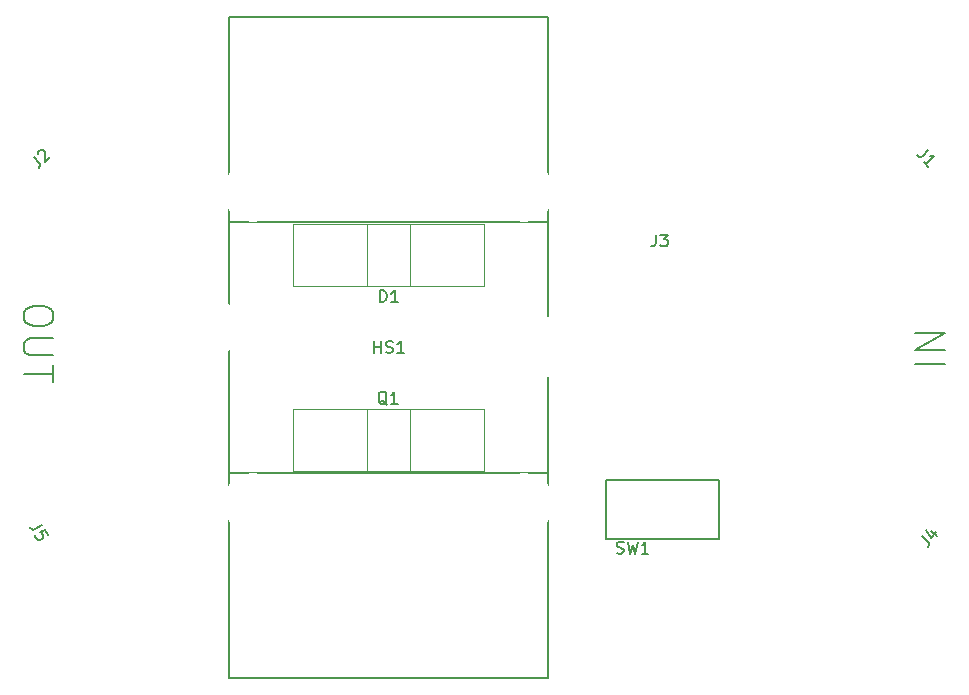
<source format=gbr>
G04 #@! TF.GenerationSoftware,KiCad,Pcbnew,(5.1.5-1-g2528d3844)*
G04 #@! TF.CreationDate,2019-12-26T13:43:01-05:00*
G04 #@! TF.ProjectId,diode-or,64696f64-652d-46f7-922e-6b696361645f,rev?*
G04 #@! TF.SameCoordinates,Original*
G04 #@! TF.FileFunction,Legend,Top*
G04 #@! TF.FilePolarity,Positive*
%FSLAX46Y46*%
G04 Gerber Fmt 4.6, Leading zero omitted, Abs format (unit mm)*
G04 Created by KiCad (PCBNEW (5.1.5-1-g2528d3844)) date 2019-12-26 13:43:01*
%MOMM*%
%LPD*%
G04 APERTURE LIST*
%ADD10C,0.150000*%
%ADD11C,0.120000*%
%ADD12O,1.801600X2.101600*%
%ADD13R,1.801600X2.101600*%
%ADD14C,5.101600*%
%ADD15C,0.100000*%
%ADD16R,1.101600X1.101600*%
%ADD17R,5.101600X5.101600*%
%ADD18C,0.901600*%
%ADD19C,6.501600*%
%ADD20C,2.351600*%
%ADD21O,2.601600X4.601600*%
%ADD22R,2.601600X4.601600*%
%ADD23O,1.801600X1.801600*%
%ADD24R,1.801600X1.801600*%
%ADD25C,1.117600*%
G04 APERTURE END LIST*
D10*
X123569047Y-91400000D02*
X123569047Y-91876190D01*
X123450000Y-92114285D01*
X123211904Y-92352380D01*
X122735714Y-92471428D01*
X121902380Y-92471428D01*
X121426190Y-92352380D01*
X121188095Y-92114285D01*
X121069047Y-91876190D01*
X121069047Y-91400000D01*
X121188095Y-91161904D01*
X121426190Y-90923809D01*
X121902380Y-90804761D01*
X122735714Y-90804761D01*
X123211904Y-90923809D01*
X123450000Y-91161904D01*
X123569047Y-91400000D01*
X123569047Y-93542857D02*
X121545238Y-93542857D01*
X121307142Y-93661904D01*
X121188095Y-93780952D01*
X121069047Y-94019047D01*
X121069047Y-94495238D01*
X121188095Y-94733333D01*
X121307142Y-94852380D01*
X121545238Y-94971428D01*
X123569047Y-94971428D01*
X123569047Y-95804761D02*
X123569047Y-97233333D01*
X121069047Y-96519047D02*
X123569047Y-96519047D01*
X199030952Y-95709523D02*
X196530952Y-95709523D01*
X199030952Y-94519047D02*
X196530952Y-94519047D01*
X199030952Y-93090476D01*
X196530952Y-93090476D01*
X179890000Y-105500000D02*
X170390000Y-105500000D01*
X179890000Y-110500000D02*
X179890000Y-105500000D01*
X170390000Y-110500000D02*
X179890000Y-110500000D01*
X170390000Y-105500000D02*
X170390000Y-110500000D01*
X165451109Y-104950000D02*
X138451109Y-104950000D01*
X165451109Y-83650000D02*
X138451109Y-83650000D01*
X138451109Y-66350000D02*
X138451109Y-122250000D01*
X165451109Y-66350000D02*
X138451109Y-66350000D01*
X165451109Y-122250000D02*
X165451109Y-66350000D01*
X138451109Y-122250000D02*
X165451109Y-122250000D01*
D11*
X150146109Y-104751000D02*
X150146109Y-99480000D01*
X153755109Y-104751000D02*
X153755109Y-99480000D01*
X143881109Y-104751000D02*
X143881109Y-99480000D01*
X160021109Y-104751000D02*
X160021109Y-99480000D01*
X160021109Y-99480000D02*
X143881109Y-99480000D01*
X160021109Y-104751000D02*
X143881109Y-104751000D01*
X153756109Y-83849000D02*
X153756109Y-89120000D01*
X150147109Y-83849000D02*
X150147109Y-89120000D01*
X160021109Y-83849000D02*
X160021109Y-89120000D01*
X143881109Y-83849000D02*
X143881109Y-89120000D01*
X143881109Y-89120000D02*
X160021109Y-89120000D01*
X143881109Y-83849000D02*
X160021109Y-83849000D01*
D10*
X171266666Y-111704761D02*
X171409523Y-111752380D01*
X171647619Y-111752380D01*
X171742857Y-111704761D01*
X171790476Y-111657142D01*
X171838095Y-111561904D01*
X171838095Y-111466666D01*
X171790476Y-111371428D01*
X171742857Y-111323809D01*
X171647619Y-111276190D01*
X171457142Y-111228571D01*
X171361904Y-111180952D01*
X171314285Y-111133333D01*
X171266666Y-111038095D01*
X171266666Y-110942857D01*
X171314285Y-110847619D01*
X171361904Y-110800000D01*
X171457142Y-110752380D01*
X171695238Y-110752380D01*
X171838095Y-110800000D01*
X172171428Y-110752380D02*
X172409523Y-111752380D01*
X172600000Y-111038095D01*
X172790476Y-111752380D01*
X173028571Y-110752380D01*
X173933333Y-111752380D02*
X173361904Y-111752380D01*
X173647619Y-111752380D02*
X173647619Y-110752380D01*
X173552380Y-110895238D01*
X173457142Y-110990476D01*
X173361904Y-111038095D01*
X150713013Y-94752380D02*
X150713013Y-93752380D01*
X150713013Y-94228571D02*
X151284442Y-94228571D01*
X151284442Y-94752380D02*
X151284442Y-93752380D01*
X151713013Y-94704761D02*
X151855870Y-94752380D01*
X152093966Y-94752380D01*
X152189204Y-94704761D01*
X152236823Y-94657142D01*
X152284442Y-94561904D01*
X152284442Y-94466666D01*
X152236823Y-94371428D01*
X152189204Y-94323809D01*
X152093966Y-94276190D01*
X151903489Y-94228571D01*
X151808251Y-94180952D01*
X151760632Y-94133333D01*
X151713013Y-94038095D01*
X151713013Y-93942857D01*
X151760632Y-93847619D01*
X151808251Y-93800000D01*
X151903489Y-93752380D01*
X152141585Y-93752380D01*
X152284442Y-93800000D01*
X153236823Y-94752380D02*
X152665394Y-94752380D01*
X152951109Y-94752380D02*
X152951109Y-93752380D01*
X152855870Y-93895238D01*
X152760632Y-93990476D01*
X152665394Y-94038095D01*
X122607585Y-109337515D02*
X121988995Y-109694658D01*
X121841468Y-109724847D01*
X121711370Y-109689987D01*
X121598702Y-109590079D01*
X121551083Y-109507600D01*
X123083775Y-110162301D02*
X122845680Y-109749908D01*
X122409478Y-109946764D01*
X122474526Y-109964194D01*
X122563385Y-110022863D01*
X122682432Y-110229059D01*
X122688812Y-110335347D01*
X122671382Y-110400396D01*
X122612713Y-110489255D01*
X122406517Y-110608302D01*
X122300229Y-110614682D01*
X122235180Y-110597252D01*
X122146321Y-110538583D01*
X122027274Y-110332387D01*
X122020894Y-110226098D01*
X122038324Y-110161050D01*
X197066236Y-110303345D02*
X197613411Y-110762479D01*
X197692237Y-110890784D01*
X197703976Y-111024959D01*
X197648627Y-111165002D01*
X197587409Y-111237959D01*
X197903154Y-109824520D02*
X198413851Y-110253045D01*
X197458283Y-109762040D02*
X197852413Y-110403565D01*
X198250329Y-109929347D01*
X174568882Y-84752380D02*
X174568882Y-85466666D01*
X174521263Y-85609523D01*
X174426025Y-85704761D01*
X174283168Y-85752380D01*
X174187930Y-85752380D01*
X174949835Y-84752380D02*
X175568882Y-84752380D01*
X175235549Y-85133333D01*
X175378406Y-85133333D01*
X175473644Y-85180952D01*
X175521263Y-85228571D01*
X175568882Y-85323809D01*
X175568882Y-85561904D01*
X175521263Y-85657142D01*
X175473644Y-85704761D01*
X175378406Y-85752380D01*
X175092692Y-85752380D01*
X174997454Y-85704761D01*
X174949835Y-85657142D01*
X121877072Y-78148478D02*
X122382148Y-78653554D01*
X122449492Y-78788241D01*
X122449492Y-78922928D01*
X122382148Y-79057615D01*
X122314805Y-79124958D01*
X122247461Y-77912775D02*
X122247461Y-77845432D01*
X122281133Y-77744417D01*
X122449492Y-77576058D01*
X122550507Y-77542386D01*
X122617851Y-77542386D01*
X122718866Y-77576058D01*
X122786209Y-77643401D01*
X122853553Y-77778088D01*
X122853553Y-78586210D01*
X123291286Y-78148478D01*
X197651521Y-77577072D02*
X197146445Y-78082148D01*
X197011758Y-78149492D01*
X196877071Y-78149492D01*
X196742384Y-78082148D01*
X196675041Y-78014805D01*
X197651521Y-78991286D02*
X197247460Y-78587225D01*
X197449491Y-78789255D02*
X198156598Y-78082148D01*
X197988239Y-78115820D01*
X197853552Y-78115820D01*
X197752537Y-78082148D01*
X151804761Y-99147619D02*
X151709523Y-99100000D01*
X151614285Y-99004761D01*
X151471428Y-98861904D01*
X151376190Y-98814285D01*
X151280952Y-98814285D01*
X151328571Y-99052380D02*
X151233333Y-99004761D01*
X151138095Y-98909523D01*
X151090476Y-98719047D01*
X151090476Y-98385714D01*
X151138095Y-98195238D01*
X151233333Y-98100000D01*
X151328571Y-98052380D01*
X151519047Y-98052380D01*
X151614285Y-98100000D01*
X151709523Y-98195238D01*
X151757142Y-98385714D01*
X151757142Y-98719047D01*
X151709523Y-98909523D01*
X151614285Y-99004761D01*
X151519047Y-99052380D01*
X151328571Y-99052380D01*
X152709523Y-99052380D02*
X152138095Y-99052380D01*
X152423809Y-99052380D02*
X152423809Y-98052380D01*
X152328571Y-98195238D01*
X152233333Y-98290476D01*
X152138095Y-98338095D01*
X151213013Y-90452380D02*
X151213013Y-89452380D01*
X151451109Y-89452380D01*
X151593966Y-89500000D01*
X151689204Y-89595238D01*
X151736823Y-89690476D01*
X151784442Y-89880952D01*
X151784442Y-90023809D01*
X151736823Y-90214285D01*
X151689204Y-90309523D01*
X151593966Y-90404761D01*
X151451109Y-90452380D01*
X151213013Y-90452380D01*
X152736823Y-90452380D02*
X152165394Y-90452380D01*
X152451109Y-90452380D02*
X152451109Y-89452380D01*
X152355870Y-89595238D01*
X152260632Y-89690476D01*
X152165394Y-89738095D01*
%LPC*%
D12*
X177680000Y-108000000D03*
X175140000Y-108000000D03*
D13*
X172600000Y-108000000D03*
D14*
X140501109Y-107500000D03*
X163401109Y-107500000D03*
X163401109Y-81100000D03*
X140501109Y-81100000D03*
D15*
G36*
X133212536Y-116712222D02*
G01*
X132177371Y-117088991D01*
X131800602Y-116053826D01*
X132835767Y-115677057D01*
X133212536Y-116712222D01*
G37*
G36*
X134152229Y-116370202D02*
G01*
X133117064Y-116746971D01*
X132740295Y-115711806D01*
X133775460Y-115335037D01*
X134152229Y-116370202D01*
G37*
G36*
X135091921Y-116028182D02*
G01*
X134056756Y-116404951D01*
X133679987Y-115369786D01*
X134715152Y-114993017D01*
X135091921Y-116028182D01*
G37*
G36*
X136031614Y-115686162D02*
G01*
X134996449Y-116062931D01*
X134619680Y-115027766D01*
X135654845Y-114650997D01*
X136031614Y-115686162D01*
G37*
G36*
X135689594Y-114746469D02*
G01*
X134654429Y-115123238D01*
X134277660Y-114088073D01*
X135312825Y-113711304D01*
X135689594Y-114746469D01*
G37*
G36*
X135347574Y-113806777D02*
G01*
X134312409Y-114183546D01*
X133935640Y-113148381D01*
X134970805Y-112771612D01*
X135347574Y-113806777D01*
G37*
G36*
X135005554Y-112867084D02*
G01*
X133970389Y-113243853D01*
X133593620Y-112208688D01*
X134628785Y-111831919D01*
X135005554Y-112867084D01*
G37*
G36*
X134663534Y-111927391D02*
G01*
X133628369Y-112304160D01*
X133251600Y-111268995D01*
X134286765Y-110892226D01*
X134663534Y-111927391D01*
G37*
G36*
X133723841Y-112269411D02*
G01*
X132688676Y-112646180D01*
X132311907Y-111611015D01*
X133347072Y-111234246D01*
X133723841Y-112269411D01*
G37*
G36*
X132784148Y-112611432D02*
G01*
X131748983Y-112988201D01*
X131372214Y-111953036D01*
X132407379Y-111576267D01*
X132784148Y-112611432D01*
G37*
G36*
X131844456Y-112953452D02*
G01*
X130809291Y-113330221D01*
X130432522Y-112295056D01*
X131467687Y-111918287D01*
X131844456Y-112953452D01*
G37*
G36*
X130904763Y-113295472D02*
G01*
X129869598Y-113672241D01*
X129492829Y-112637076D01*
X130527994Y-112260307D01*
X130904763Y-113295472D01*
G37*
G36*
X131246783Y-114235164D02*
G01*
X130211618Y-114611933D01*
X129834849Y-113576768D01*
X130870014Y-113199999D01*
X131246783Y-114235164D01*
G37*
G36*
X131588803Y-115174857D02*
G01*
X130553638Y-115551626D01*
X130176869Y-114516461D01*
X131212034Y-114139692D01*
X131588803Y-115174857D01*
G37*
G36*
X131930823Y-116114550D02*
G01*
X130895658Y-116491319D01*
X130518889Y-115456154D01*
X131554054Y-115079385D01*
X131930823Y-116114550D01*
G37*
G36*
X132272844Y-117054242D02*
G01*
X131237679Y-117431011D01*
X130860910Y-116395846D01*
X131896075Y-116019077D01*
X132272844Y-117054242D01*
G37*
G36*
X136031615Y-115686162D02*
G01*
X131237679Y-117431012D01*
X129492829Y-112637076D01*
X134286765Y-110892226D01*
X136031615Y-115686162D01*
G37*
G36*
X186343244Y-116404951D02*
G01*
X185308079Y-116028182D01*
X185684848Y-114993017D01*
X186720013Y-115369786D01*
X186343244Y-116404951D01*
G37*
G36*
X187282936Y-116746971D02*
G01*
X186247771Y-116370202D01*
X186624540Y-115335037D01*
X187659705Y-115711806D01*
X187282936Y-116746971D01*
G37*
G36*
X188222629Y-117088991D02*
G01*
X187187464Y-116712222D01*
X187564233Y-115677057D01*
X188599398Y-116053826D01*
X188222629Y-117088991D01*
G37*
G36*
X189162321Y-117431011D02*
G01*
X188127156Y-117054242D01*
X188503925Y-116019077D01*
X189539090Y-116395846D01*
X189162321Y-117431011D01*
G37*
G36*
X189504342Y-116491319D02*
G01*
X188469177Y-116114550D01*
X188845946Y-115079385D01*
X189881111Y-115456154D01*
X189504342Y-116491319D01*
G37*
G36*
X189846362Y-115551626D02*
G01*
X188811197Y-115174857D01*
X189187966Y-114139692D01*
X190223131Y-114516461D01*
X189846362Y-115551626D01*
G37*
G36*
X190188382Y-114611933D02*
G01*
X189153217Y-114235164D01*
X189529986Y-113199999D01*
X190565151Y-113576768D01*
X190188382Y-114611933D01*
G37*
G36*
X190530402Y-113672241D02*
G01*
X189495237Y-113295472D01*
X189872006Y-112260307D01*
X190907171Y-112637076D01*
X190530402Y-113672241D01*
G37*
G36*
X189590709Y-113330221D02*
G01*
X188555544Y-112953452D01*
X188932313Y-111918287D01*
X189967478Y-112295056D01*
X189590709Y-113330221D01*
G37*
G36*
X188651017Y-112988201D02*
G01*
X187615852Y-112611432D01*
X187992621Y-111576267D01*
X189027786Y-111953036D01*
X188651017Y-112988201D01*
G37*
G36*
X187711324Y-112646180D02*
G01*
X186676159Y-112269411D01*
X187052928Y-111234246D01*
X188088093Y-111611015D01*
X187711324Y-112646180D01*
G37*
G36*
X186771631Y-112304160D02*
G01*
X185736466Y-111927391D01*
X186113235Y-110892226D01*
X187148400Y-111268995D01*
X186771631Y-112304160D01*
G37*
G36*
X186429611Y-113243853D02*
G01*
X185394446Y-112867084D01*
X185771215Y-111831919D01*
X186806380Y-112208688D01*
X186429611Y-113243853D01*
G37*
G36*
X186087591Y-114183546D02*
G01*
X185052426Y-113806777D01*
X185429195Y-112771612D01*
X186464360Y-113148381D01*
X186087591Y-114183546D01*
G37*
G36*
X185745571Y-115123238D02*
G01*
X184710406Y-114746469D01*
X185087175Y-113711304D01*
X186122340Y-114088073D01*
X185745571Y-115123238D01*
G37*
G36*
X185403551Y-116062931D02*
G01*
X184368386Y-115686162D01*
X184745155Y-114650997D01*
X185780320Y-115027766D01*
X185403551Y-116062931D01*
G37*
G36*
X189162321Y-117431012D02*
G01*
X184368385Y-115686162D01*
X186113235Y-110892226D01*
X190907171Y-112637076D01*
X189162321Y-117431012D01*
G37*
D16*
X161902216Y-93300000D03*
X161902216Y-94300000D03*
X161902216Y-95300000D03*
X161902216Y-96300000D03*
X162902216Y-96300000D03*
X163902216Y-96300000D03*
X164902216Y-96300000D03*
X165902216Y-96300000D03*
X165902216Y-95300000D03*
X165902216Y-94300000D03*
X165902216Y-93300000D03*
X165902216Y-92300000D03*
X164902216Y-92300000D03*
X163902216Y-92300000D03*
X162902216Y-92300000D03*
X161902216Y-92300000D03*
D17*
X163902216Y-94300000D03*
D15*
G36*
X138264230Y-94674495D02*
G01*
X137485281Y-95453444D01*
X136706332Y-94674495D01*
X137485281Y-93895546D01*
X138264230Y-94674495D01*
G37*
G36*
X138971337Y-93967388D02*
G01*
X138192388Y-94746337D01*
X137413439Y-93967388D01*
X138192388Y-93188439D01*
X138971337Y-93967388D01*
G37*
G36*
X139678444Y-93260281D02*
G01*
X138899495Y-94039230D01*
X138120546Y-93260281D01*
X138899495Y-92481332D01*
X139678444Y-93260281D01*
G37*
G36*
X140385551Y-92553175D02*
G01*
X139606602Y-93332124D01*
X138827653Y-92553175D01*
X139606602Y-91774226D01*
X140385551Y-92553175D01*
G37*
G36*
X139678444Y-91846068D02*
G01*
X138899495Y-92625017D01*
X138120546Y-91846068D01*
X138899495Y-91067119D01*
X139678444Y-91846068D01*
G37*
G36*
X138971337Y-91138961D02*
G01*
X138192388Y-91917910D01*
X137413439Y-91138961D01*
X138192388Y-90360012D01*
X138971337Y-91138961D01*
G37*
G36*
X138264230Y-90431854D02*
G01*
X137485281Y-91210803D01*
X136706332Y-90431854D01*
X137485281Y-89652905D01*
X138264230Y-90431854D01*
G37*
G36*
X137557124Y-89724747D02*
G01*
X136778175Y-90503696D01*
X135999226Y-89724747D01*
X136778175Y-88945798D01*
X137557124Y-89724747D01*
G37*
G36*
X136850017Y-90431854D02*
G01*
X136071068Y-91210803D01*
X135292119Y-90431854D01*
X136071068Y-89652905D01*
X136850017Y-90431854D01*
G37*
G36*
X136142910Y-91138961D02*
G01*
X135363961Y-91917910D01*
X134585012Y-91138961D01*
X135363961Y-90360012D01*
X136142910Y-91138961D01*
G37*
G36*
X135435803Y-91846068D02*
G01*
X134656854Y-92625017D01*
X133877905Y-91846068D01*
X134656854Y-91067119D01*
X135435803Y-91846068D01*
G37*
G36*
X134728696Y-92553175D02*
G01*
X133949747Y-93332124D01*
X133170798Y-92553175D01*
X133949747Y-91774226D01*
X134728696Y-92553175D01*
G37*
G36*
X135435803Y-93260281D02*
G01*
X134656854Y-94039230D01*
X133877905Y-93260281D01*
X134656854Y-92481332D01*
X135435803Y-93260281D01*
G37*
G36*
X136142910Y-93967388D02*
G01*
X135363961Y-94746337D01*
X134585012Y-93967388D01*
X135363961Y-93188439D01*
X136142910Y-93967388D01*
G37*
G36*
X136850017Y-94674495D02*
G01*
X136071068Y-95453444D01*
X135292119Y-94674495D01*
X136071068Y-93895546D01*
X136850017Y-94674495D01*
G37*
G36*
X137557124Y-95381602D02*
G01*
X136778175Y-96160551D01*
X135999226Y-95381602D01*
X136778175Y-94602653D01*
X137557124Y-95381602D01*
G37*
G36*
X140385551Y-92553175D02*
G01*
X136778175Y-96160551D01*
X133170799Y-92553175D01*
X136778175Y-88945799D01*
X140385551Y-92553175D01*
G37*
G36*
X182135770Y-74875505D02*
G01*
X182914719Y-74096556D01*
X183693668Y-74875505D01*
X182914719Y-75654454D01*
X182135770Y-74875505D01*
G37*
G36*
X181428663Y-75582612D02*
G01*
X182207612Y-74803663D01*
X182986561Y-75582612D01*
X182207612Y-76361561D01*
X181428663Y-75582612D01*
G37*
G36*
X180721556Y-76289719D02*
G01*
X181500505Y-75510770D01*
X182279454Y-76289719D01*
X181500505Y-77068668D01*
X180721556Y-76289719D01*
G37*
G36*
X180014449Y-76996825D02*
G01*
X180793398Y-76217876D01*
X181572347Y-76996825D01*
X180793398Y-77775774D01*
X180014449Y-76996825D01*
G37*
G36*
X180721556Y-77703932D02*
G01*
X181500505Y-76924983D01*
X182279454Y-77703932D01*
X181500505Y-78482881D01*
X180721556Y-77703932D01*
G37*
G36*
X181428663Y-78411039D02*
G01*
X182207612Y-77632090D01*
X182986561Y-78411039D01*
X182207612Y-79189988D01*
X181428663Y-78411039D01*
G37*
G36*
X182135770Y-79118146D02*
G01*
X182914719Y-78339197D01*
X183693668Y-79118146D01*
X182914719Y-79897095D01*
X182135770Y-79118146D01*
G37*
G36*
X182842876Y-79825253D02*
G01*
X183621825Y-79046304D01*
X184400774Y-79825253D01*
X183621825Y-80604202D01*
X182842876Y-79825253D01*
G37*
G36*
X183549983Y-79118146D02*
G01*
X184328932Y-78339197D01*
X185107881Y-79118146D01*
X184328932Y-79897095D01*
X183549983Y-79118146D01*
G37*
G36*
X184257090Y-78411039D02*
G01*
X185036039Y-77632090D01*
X185814988Y-78411039D01*
X185036039Y-79189988D01*
X184257090Y-78411039D01*
G37*
G36*
X184964197Y-77703932D02*
G01*
X185743146Y-76924983D01*
X186522095Y-77703932D01*
X185743146Y-78482881D01*
X184964197Y-77703932D01*
G37*
G36*
X185671304Y-76996825D02*
G01*
X186450253Y-76217876D01*
X187229202Y-76996825D01*
X186450253Y-77775774D01*
X185671304Y-76996825D01*
G37*
G36*
X184964197Y-76289719D02*
G01*
X185743146Y-75510770D01*
X186522095Y-76289719D01*
X185743146Y-77068668D01*
X184964197Y-76289719D01*
G37*
G36*
X184257090Y-75582612D02*
G01*
X185036039Y-74803663D01*
X185814988Y-75582612D01*
X185036039Y-76361561D01*
X184257090Y-75582612D01*
G37*
G36*
X183549983Y-74875505D02*
G01*
X184328932Y-74096556D01*
X185107881Y-74875505D01*
X184328932Y-75654454D01*
X183549983Y-74875505D01*
G37*
G36*
X182842876Y-74168398D02*
G01*
X183621825Y-73389449D01*
X184400774Y-74168398D01*
X183621825Y-74947347D01*
X182842876Y-74168398D01*
G37*
G36*
X180014449Y-76996825D02*
G01*
X183621825Y-73389449D01*
X187229201Y-76996825D01*
X183621825Y-80604201D01*
X180014449Y-76996825D01*
G37*
D18*
X197597056Y-113702944D03*
X195900000Y-113000000D03*
X194202944Y-113702944D03*
X193500000Y-115400000D03*
X194202944Y-117097056D03*
X195900000Y-117800000D03*
X197597056Y-117097056D03*
X198300000Y-115400000D03*
D19*
X195900000Y-115400000D03*
D18*
X126197056Y-113702944D03*
X124500000Y-113000000D03*
X122802944Y-113702944D03*
X122100000Y-115400000D03*
X122802944Y-117097056D03*
X124500000Y-117800000D03*
X126197056Y-117097056D03*
X126900000Y-115400000D03*
D19*
X124500000Y-115400000D03*
D18*
X197597056Y-71502944D03*
X195900000Y-70800000D03*
X194202944Y-71502944D03*
X193500000Y-73200000D03*
X194202944Y-74897056D03*
X195900000Y-75600000D03*
X197597056Y-74897056D03*
X198300000Y-73200000D03*
D19*
X195900000Y-73200000D03*
D18*
X126197056Y-71502944D03*
X124500000Y-70800000D03*
X122802944Y-71502944D03*
X122100000Y-73200000D03*
X122802944Y-74897056D03*
X124500000Y-75600000D03*
X126197056Y-74897056D03*
X126900000Y-73200000D03*
D19*
X124500000Y-73200000D03*
D20*
X168600000Y-108000000D03*
D21*
X146501109Y-102300000D03*
X151951109Y-102300000D03*
D22*
X157401109Y-102300000D03*
D21*
X157401109Y-86300000D03*
X151951109Y-86300000D03*
D22*
X146501109Y-86300000D03*
D23*
X187440000Y-94300000D03*
D24*
X184900000Y-94300000D03*
D25*
X148800000Y-111100000D03*
M02*

</source>
